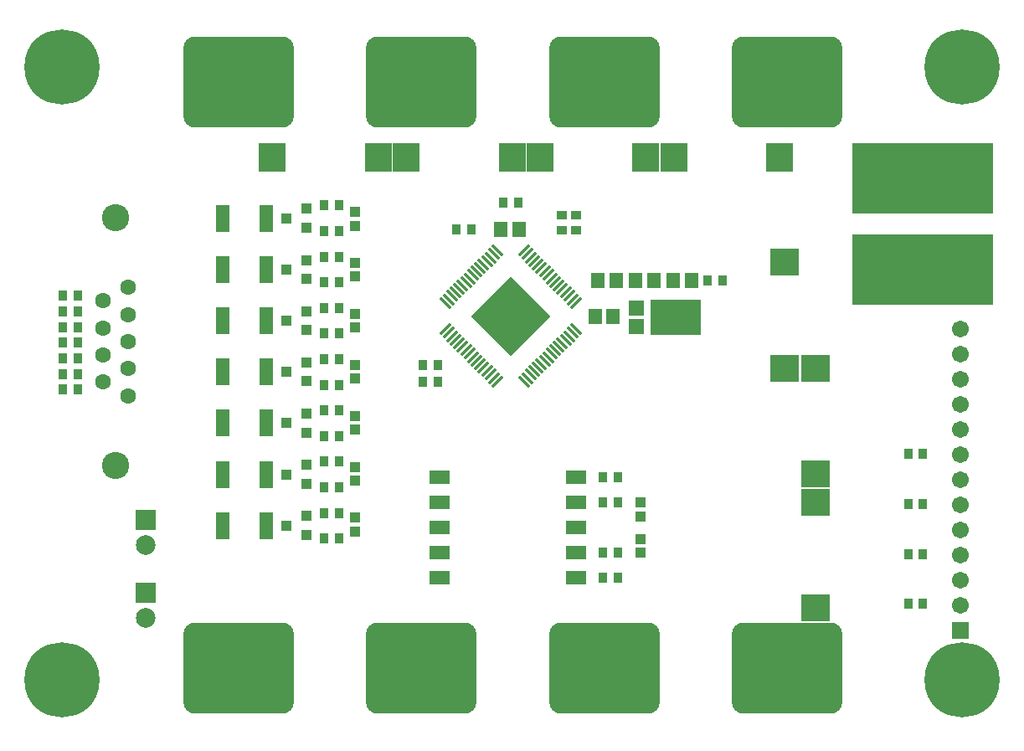
<source format=gts>
G04*
G04 #@! TF.GenerationSoftware,Altium Limited,Altium Designer,20.0.11 (256)*
G04*
G04 Layer_Color=8388736*
%FSLAX25Y25*%
%MOIN*%
G70*
G01*
G75*
G04:AMPARAMS|DCode=25|XSize=10.63mil|YSize=57.53mil|CornerRadius=0mil|HoleSize=0mil|Usage=FLASHONLY|Rotation=225.000|XOffset=0mil|YOffset=0mil|HoleType=Round|Shape=Rectangle|*
%AMROTATEDRECTD25*
4,1,4,-0.01658,0.02410,0.02410,-0.01658,0.01658,-0.02410,-0.02410,0.01658,-0.01658,0.02410,0.0*
%
%ADD25ROTATEDRECTD25*%

G04:AMPARAMS|DCode=26|XSize=10.63mil|YSize=57.53mil|CornerRadius=0mil|HoleSize=0mil|Usage=FLASHONLY|Rotation=135.000|XOffset=0mil|YOffset=0mil|HoleType=Round|Shape=Rectangle|*
%AMROTATEDRECTD26*
4,1,4,0.02410,0.01658,-0.01658,-0.02410,-0.02410,-0.01658,0.01658,0.02410,0.02410,0.01658,0.0*
%
%ADD26ROTATEDRECTD26*%

%ADD32R,0.55918X0.28359*%
%ADD33R,0.08241X0.05800*%
%ADD34R,0.03556X0.04343*%
%ADD35R,0.04343X0.03950*%
%ADD36R,0.11824X0.11036*%
%ADD37R,0.05524X0.06312*%
%ADD38R,0.11036X0.11824*%
%ADD39R,0.04343X0.03950*%
%ADD40P,0.31959X4X360.0*%
%ADD41R,0.04343X0.03556*%
%ADD42R,0.06272X0.06312*%
%ADD43R,0.19934X0.14028*%
%ADD44R,0.05524X0.11036*%
%ADD45C,0.29934*%
%ADD46C,0.06706*%
%ADD47R,0.06706X0.06706*%
%ADD48C,0.10800*%
%ADD49C,0.06300*%
%ADD50C,0.07847*%
%ADD51R,0.07847X0.07847*%
G04:AMPARAMS|DCode=52|XSize=8mil|YSize=8mil|CornerRadius=0mil|HoleSize=0mil|Usage=FLASHONLY|Rotation=90.000|XOffset=0mil|YOffset=0mil|HoleType=Round|Shape=RoundedRectangle|*
%AMROUNDEDRECTD52*
21,1,0.00800,0.00800,0,0,90.0*
21,1,0.00800,0.00800,0,0,90.0*
1,1,0.00000,0.00400,0.00400*
1,1,0.00000,0.00400,-0.00400*
1,1,0.00000,-0.00400,-0.00400*
1,1,0.00000,-0.00400,0.00400*
%
%ADD52ROUNDEDRECTD52*%
G04:AMPARAMS|DCode=53|XSize=362.33mil|YSize=441.07mil|CornerRadius=48.29mil|HoleSize=0mil|Usage=FLASHONLY|Rotation=270.000|XOffset=0mil|YOffset=0mil|HoleType=Round|Shape=RoundedRectangle|*
%AMROUNDEDRECTD53*
21,1,0.36233,0.34449,0,0,270.0*
21,1,0.26575,0.44107,0,0,270.0*
1,1,0.09658,-0.17224,-0.13287*
1,1,0.09658,-0.17224,0.13287*
1,1,0.09658,0.17224,0.13287*
1,1,0.09658,0.17224,-0.13287*
%
%ADD53ROUNDEDRECTD53*%
D25*
X173390Y170951D02*
D03*
X171998Y169559D02*
D03*
X170606Y168167D02*
D03*
X169214Y166776D02*
D03*
X167823Y165384D02*
D03*
X166430Y163992D02*
D03*
X165039Y162600D02*
D03*
X163647Y161208D02*
D03*
X162255Y159816D02*
D03*
X160863Y158424D02*
D03*
X159471Y157032D02*
D03*
X158079Y155640D02*
D03*
X156687Y154248D02*
D03*
X155295Y152856D02*
D03*
X153903Y151464D02*
D03*
X152511Y150072D02*
D03*
X183830Y118753D02*
D03*
X185222Y120145D02*
D03*
X186614Y121537D02*
D03*
X188006Y122929D02*
D03*
X189398Y124321D02*
D03*
X190789Y125713D02*
D03*
X192181Y127105D02*
D03*
X193573Y128497D02*
D03*
X194965Y129889D02*
D03*
X196357Y131281D02*
D03*
X197749Y132673D02*
D03*
X199141Y134065D02*
D03*
X200533Y135457D02*
D03*
X201925Y136849D02*
D03*
X203317Y138241D02*
D03*
X204709Y139633D02*
D03*
D26*
X152511D02*
D03*
X153903Y138241D02*
D03*
X155295Y136849D02*
D03*
X156687Y135457D02*
D03*
X158079Y134065D02*
D03*
X159471Y132673D02*
D03*
X160863Y131281D02*
D03*
X162255Y129889D02*
D03*
X163647Y128497D02*
D03*
X165039Y127105D02*
D03*
X166430Y125713D02*
D03*
X167823Y124321D02*
D03*
X169214Y122929D02*
D03*
X170606Y121537D02*
D03*
X171998Y120145D02*
D03*
X173390Y118753D02*
D03*
X204709Y150072D02*
D03*
X203317Y151464D02*
D03*
X201925Y152856D02*
D03*
X200533Y154248D02*
D03*
X199141Y155640D02*
D03*
X197749Y157032D02*
D03*
X196357Y158424D02*
D03*
X194965Y159816D02*
D03*
X193573Y161208D02*
D03*
X192181Y162600D02*
D03*
X190789Y163992D02*
D03*
X189398Y165384D02*
D03*
X188006Y166776D02*
D03*
X186614Y168167D02*
D03*
X185222Y169559D02*
D03*
X183830Y170951D02*
D03*
D32*
X342520Y199602D02*
D03*
Y163386D02*
D03*
D33*
X204651Y40639D02*
D03*
Y50639D02*
D03*
Y60639D02*
D03*
Y70639D02*
D03*
Y80639D02*
D03*
X150360Y40639D02*
D03*
Y50639D02*
D03*
Y60639D02*
D03*
Y70639D02*
D03*
Y80639D02*
D03*
D34*
X344Y146663D02*
D03*
X6250D02*
D03*
X344Y152890D02*
D03*
X6250D02*
D03*
X344Y115528D02*
D03*
X6250D02*
D03*
X344Y121755D02*
D03*
X6250D02*
D03*
X344Y127982D02*
D03*
X6250D02*
D03*
X344Y140436D02*
D03*
X6250D02*
D03*
X344Y134209D02*
D03*
X6250D02*
D03*
X110163Y168462D02*
D03*
X104257D02*
D03*
X221368Y80639D02*
D03*
X215462D02*
D03*
X221308Y70782D02*
D03*
X215402D02*
D03*
X221368Y40639D02*
D03*
X215462D02*
D03*
X221368Y50639D02*
D03*
X215462D02*
D03*
X149670Y125452D02*
D03*
X143764D02*
D03*
X181563Y189869D02*
D03*
X175657D02*
D03*
X262836Y158902D02*
D03*
X256930D02*
D03*
X149670Y118632D02*
D03*
X143764D02*
D03*
X163043Y179332D02*
D03*
X157137D02*
D03*
X336874Y90099D02*
D03*
X342780D02*
D03*
X336874Y70099D02*
D03*
X342780D02*
D03*
X336874Y50099D02*
D03*
X342780D02*
D03*
X336874Y30274D02*
D03*
X342780D02*
D03*
X104257Y56275D02*
D03*
X110163D02*
D03*
X104257Y66474D02*
D03*
X110163D02*
D03*
X104257Y76673D02*
D03*
X110163D02*
D03*
X104257Y86872D02*
D03*
X110163D02*
D03*
X104257Y97070D02*
D03*
X110163D02*
D03*
X104257Y107269D02*
D03*
X110163D02*
D03*
X104257Y117468D02*
D03*
X110163D02*
D03*
X104257Y127667D02*
D03*
X110163D02*
D03*
X104257Y137865D02*
D03*
X110163D02*
D03*
X104257Y148064D02*
D03*
X110163D02*
D03*
X104257Y158263D02*
D03*
X110163D02*
D03*
X104257Y178661D02*
D03*
X110163D02*
D03*
X104257Y188859D02*
D03*
X110163D02*
D03*
D35*
X89359Y61449D02*
D03*
X97233Y65189D02*
D03*
Y57709D02*
D03*
Y118879D02*
D03*
Y126359D02*
D03*
X89359Y122619D02*
D03*
X97233Y139269D02*
D03*
Y146749D02*
D03*
X89359Y143009D02*
D03*
X97233Y78099D02*
D03*
Y85579D02*
D03*
X89359Y81839D02*
D03*
X97233Y98489D02*
D03*
Y105969D02*
D03*
X89359Y102229D02*
D03*
X97233Y159659D02*
D03*
Y167139D02*
D03*
X89359Y163399D02*
D03*
X97233Y180049D02*
D03*
Y187529D02*
D03*
X89359Y183789D02*
D03*
D36*
X300040Y70782D02*
D03*
Y28656D02*
D03*
X300050Y81956D02*
D03*
Y124082D02*
D03*
X287500Y124132D02*
D03*
Y166258D02*
D03*
D37*
X213427Y158902D02*
D03*
X220513D02*
D03*
X235539Y158902D02*
D03*
X228453D02*
D03*
X181833Y179252D02*
D03*
X174747D02*
D03*
X250565Y158902D02*
D03*
X243479D02*
D03*
X212347Y144692D02*
D03*
X219433D02*
D03*
D38*
X232461Y207972D02*
D03*
X190335D02*
D03*
X285746D02*
D03*
X243620D02*
D03*
X125890D02*
D03*
X83764D02*
D03*
X179175D02*
D03*
X137049D02*
D03*
D39*
X230310Y70611D02*
D03*
Y65099D02*
D03*
X230480Y50633D02*
D03*
Y56145D02*
D03*
X116540Y59036D02*
D03*
Y64548D02*
D03*
X116540Y79337D02*
D03*
Y84848D02*
D03*
Y99637D02*
D03*
Y105148D02*
D03*
Y119936D02*
D03*
Y125448D02*
D03*
Y140236D02*
D03*
Y145748D02*
D03*
Y160536D02*
D03*
Y166048D02*
D03*
Y180836D02*
D03*
Y186348D02*
D03*
D40*
X178610Y144852D02*
D03*
D41*
X198850Y185015D02*
D03*
Y179110D02*
D03*
X204765Y184932D02*
D03*
Y179026D02*
D03*
D42*
X228583Y140660D02*
D03*
Y147904D02*
D03*
D43*
X244260Y144282D02*
D03*
D44*
X81317Y61449D02*
D03*
X63994D02*
D03*
X81317Y81839D02*
D03*
X63994D02*
D03*
X81317Y102229D02*
D03*
X63994D02*
D03*
X81317Y122619D02*
D03*
X63994D02*
D03*
X81317Y143009D02*
D03*
X63994D02*
D03*
X81317Y163399D02*
D03*
X63994D02*
D03*
X81317Y183789D02*
D03*
X63994D02*
D03*
D45*
X358268Y244094D02*
D03*
Y0D02*
D03*
X0D02*
D03*
Y244094D02*
D03*
D46*
X357768Y69779D02*
D03*
Y79779D02*
D03*
Y89779D02*
D03*
Y59779D02*
D03*
Y49779D02*
D03*
Y39779D02*
D03*
Y29779D02*
D03*
Y119779D02*
D03*
Y129779D02*
D03*
Y139779D02*
D03*
Y109779D02*
D03*
Y99779D02*
D03*
D47*
Y19779D02*
D03*
D48*
X21260Y183919D02*
D03*
Y85519D02*
D03*
D49*
X26291Y156294D02*
D03*
X16291Y150900D02*
D03*
X26291Y145506D02*
D03*
X16291Y140113D02*
D03*
X26291Y134719D02*
D03*
X16291Y129325D02*
D03*
X26291Y123932D02*
D03*
X16291Y118538D02*
D03*
X26291Y113144D02*
D03*
D50*
X33330Y53679D02*
D03*
Y24649D02*
D03*
D51*
Y63679D02*
D03*
Y34649D02*
D03*
D52*
X288565Y250779D02*
D03*
Y-8221D02*
D03*
X215845Y250779D02*
D03*
Y-8221D02*
D03*
X143125Y250779D02*
D03*
Y-8221D02*
D03*
X70405Y250779D02*
D03*
Y-8221D02*
D03*
D53*
X288565Y4559D02*
D03*
Y238000D02*
D03*
X215845Y4559D02*
D03*
Y238000D02*
D03*
X143125Y4559D02*
D03*
Y238000D02*
D03*
X70405Y4559D02*
D03*
Y238000D02*
D03*
M02*

</source>
